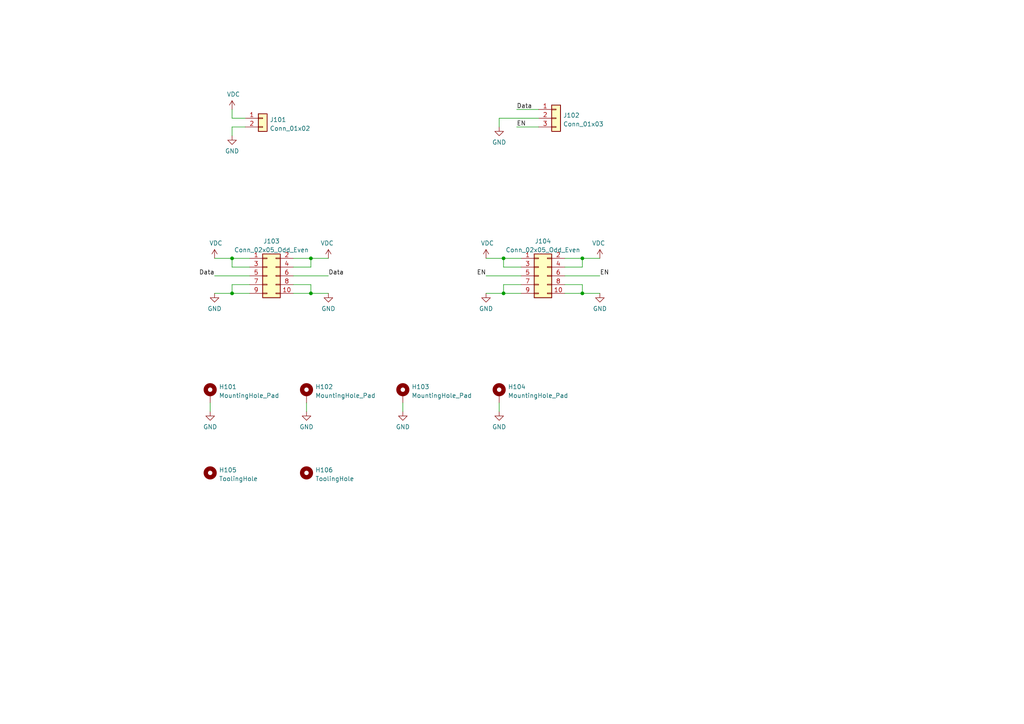
<source format=kicad_sch>
(kicad_sch (version 20211123) (generator eeschema)
  (paper "A4")
  (lib_symbols
    (symbol "Connector_Generic:Conn_01x02" (pin_names (offset 1.016) hide)
      (property "Reference" "J" (at 0 2.54 0))
      (property "Value" "Conn_01x02" (at 0 -5.08 0))
      (symbol "Conn_01x02_1_1"
        (rectangle (start -1.27 -2.413) (end 0 -2.667) (stroke (width 0.1524)))
        (rectangle (start -1.27 0.127) (end 0 -0.127) (stroke (width 0.1524)))
        (rectangle (start -1.27 1.27) (end 1.27 -3.81) (stroke (width 0.254)) (fill (type background)))
        (pin passive line (at -5.08 0 0) (length 3.81) (name "Pin_1") (number "1"))
        (pin passive line (at -5.08 -2.54 0) (length 3.81) (name "Pin_2") (number "2"))
      )
    )
    (symbol "Connector_Generic:Conn_01x03" (pin_names (offset 1.016) hide)
      (property "Reference" "J" (at 0 5.08 0))
      (property "Value" "Conn_01x03" (at 0 -5.08 0))
      (symbol "Conn_01x03_1_1"
        (rectangle (start -1.27 -2.413) (end 0 -2.667) (stroke (width 0.1524)))
        (rectangle (start -1.27 0.127) (end 0 -0.127) (stroke (width 0.1524)))
        (rectangle (start -1.27 2.667) (end 0 2.413) (stroke (width 0.1524)))
        (rectangle (start -1.27 3.81) (end 1.27 -3.81) (stroke (width 0.254)) (fill (type background)))
        (pin passive line (at -5.08 2.54 0) (length 3.81) (name "Pin_1") (number "1"))
        (pin passive line (at -5.08 0 0) (length 3.81) (name "Pin_2") (number "2"))
        (pin passive line (at -5.08 -2.54 0) (length 3.81) (name "Pin_3") (number "3"))
      )
    )
    (symbol "Connector_Generic:Conn_02x05_Odd_Even" (pin_names (offset 1.016) hide)
      (property "Reference" "J" (at 1.27 7.62 0))
      (property "Value" "Conn_02x05_Odd_Even" (at 1.27 -7.62 0))
      (symbol "Conn_02x05_Odd_Even_1_1"
        (rectangle (start -1.27 -4.953) (end 0 -5.207) (stroke (width 0.1524)))
        (rectangle (start -1.27 -2.413) (end 0 -2.667) (stroke (width 0.1524)))
        (rectangle (start -1.27 0.127) (end 0 -0.127) (stroke (width 0.1524)))
        (rectangle (start -1.27 2.667) (end 0 2.413) (stroke (width 0.1524)))
        (rectangle (start -1.27 5.207) (end 0 4.953) (stroke (width 0.1524)))
        (rectangle (start -1.27 6.35) (end 3.81 -6.35) (stroke (width 0.254)) (fill (type background)))
        (rectangle (start 3.81 -4.953) (end 2.54 -5.207) (stroke (width 0.1524)))
        (rectangle (start 3.81 -2.413) (end 2.54 -2.667) (stroke (width 0.1524)))
        (rectangle (start 3.81 0.127) (end 2.54 -0.127) (stroke (width 0.1524)))
        (rectangle (start 3.81 2.667) (end 2.54 2.413) (stroke (width 0.1524)))
        (rectangle (start 3.81 5.207) (end 2.54 4.953) (stroke (width 0.1524)))
        (pin passive line (at -5.08 5.08 0) (length 3.81) (name "Pin_1") (number "1"))
        (pin passive line (at 7.62 -5.08 180) (length 3.81) (name "Pin_10") (number "10"))
        (pin passive line (at 7.62 5.08 180) (length 3.81) (name "Pin_2") (number "2"))
        (pin passive line (at -5.08 2.54 0) (length 3.81) (name "Pin_3") (number "3"))
        (pin passive line (at 7.62 2.54 180) (length 3.81) (name "Pin_4") (number "4"))
        (pin passive line (at -5.08 0 0) (length 3.81) (name "Pin_5") (number "5"))
        (pin passive line (at 7.62 0 180) (length 3.81) (name "Pin_6") (number "6"))
        (pin passive line (at -5.08 -2.54 0) (length 3.81) (name "Pin_7") (number "7"))
        (pin passive line (at 7.62 -2.54 180) (length 3.81) (name "Pin_8") (number "8"))
        (pin passive line (at -5.08 -5.08 0) (length 3.81) (name "Pin_9") (number "9"))
      )
    )
    (symbol "Mechanical:MountingHole" (pin_names (offset 1.016))
      (property "Reference" "H" (at 0 5.08 0))
      (property "Value" "MountingHole" (at 0 3.175 0))
      (symbol "MountingHole_0_1"
        (circle (center 0 0) (radius 1.27) (stroke (width 1.27)))
      )
    )
    (symbol "Mechanical:MountingHole_Pad" (pin_numbers hide) (pin_names (offset 1.016) hide)
      (property "Reference" "H" (at 0 6.35 0))
      (property "Value" "MountingHole_Pad" (at 0 4.445 0))
      (symbol "MountingHole_Pad_0_1"
        (circle (center 0 1.27) (radius 1.27) (stroke (width 1.27)))
      )
      (symbol "MountingHole_Pad_1_1"
        (pin input line (at 0 -2.54 90) (length 2.54) (name "1") (number "1"))
      )
    )
    (symbol "power:GND" (power) (pin_names (offset 0))
      (property "Value" "GND" (at 0 -3.81 0))
      (symbol "GND_0_1"
        (polyline (pts (xy 0 0) (xy 0 -1.27) (xy 1.27 -1.27) (xy 0 -2.54) (xy -1.27 -1.27) (xy 0 -1.27)))
      )
      (symbol "GND_1_1"
        (pin power_in line (at 0 0 270) (length 0) hide (name "GND") (number "1"))
      )
    )
    (symbol "power:VDC" (power) (pin_names (offset 0))
      (property "Value" "VDC" (at 0 6.35 0))
      (symbol "VDC_0_1"
        (polyline (pts (xy -0.762 1.27) (xy 0 2.54)))
        (polyline (pts (xy 0 0) (xy 0 2.54)))
        (polyline (pts (xy 0 2.54) (xy 0.762 1.27)))
      )
      (symbol "VDC_1_1"
        (pin power_in line (at 0 0 90) (length 0) hide (name "VDC") (number "1"))
      )
    )
  )
  (junction (at 90.17 74.93))
  (junction (at 90.17 85.09))
  (junction (at 67.31 85.09))
  (junction (at 146.05 74.93))
  (junction (at 67.31 74.93))
  (junction (at 168.91 85.09))
  (junction (at 146.05 85.09))
  (junction (at 168.91 74.93))
  (wire (pts (xy 151.13 77.47) (xy 146.05 77.47)))
  (wire (pts (xy 67.31 82.55) (xy 67.31 85.09)))
  (wire (pts (xy 144.78 34.29) (xy 144.78 36.83)))
  (wire (pts (xy 149.86 36.83) (xy 156.21 36.83)))
  (wire (pts (xy 146.05 74.93) (xy 151.13 74.93)))
  (wire (pts (xy 168.91 85.09) (xy 163.83 85.09)))
  (wire (pts (xy 85.09 82.55) (xy 90.17 82.55)))
  (wire (pts (xy 168.91 77.47) (xy 168.91 74.93)))
  (wire (pts (xy 62.23 80.01) (xy 72.39 80.01)))
  (wire (pts (xy 85.09 77.47) (xy 90.17 77.47)))
  (wire (pts (xy 149.86 31.75) (xy 156.21 31.75)))
  (wire (pts (xy 144.78 116.84) (xy 144.78 119.38)))
  (wire (pts (xy 173.99 85.09) (xy 168.91 85.09)))
  (wire (pts (xy 90.17 74.93) (xy 85.09 74.93)))
  (wire (pts (xy 62.23 74.93) (xy 67.31 74.93)))
  (wire (pts (xy 72.39 77.47) (xy 67.31 77.47)))
  (wire (pts (xy 144.78 34.29) (xy 156.21 34.29)))
  (wire (pts (xy 67.31 77.47) (xy 67.31 74.93)))
  (wire (pts (xy 71.12 34.29) (xy 67.31 34.29)))
  (wire (pts (xy 95.25 80.01) (xy 85.09 80.01)))
  (wire (pts (xy 163.83 77.47) (xy 168.91 77.47)))
  (wire (pts (xy 140.97 80.01) (xy 151.13 80.01)))
  (wire (pts (xy 67.31 85.09) (xy 72.39 85.09)))
  (wire (pts (xy 168.91 82.55) (xy 168.91 85.09)))
  (wire (pts (xy 95.25 85.09) (xy 90.17 85.09)))
  (wire (pts (xy 71.12 36.83) (xy 67.31 36.83)))
  (wire (pts (xy 173.99 74.93) (xy 168.91 74.93)))
  (wire (pts (xy 146.05 82.55) (xy 146.05 85.09)))
  (wire (pts (xy 140.97 85.09) (xy 146.05 85.09)))
  (wire (pts (xy 90.17 77.47) (xy 90.17 74.93)))
  (wire (pts (xy 72.39 82.55) (xy 67.31 82.55)))
  (wire (pts (xy 146.05 77.47) (xy 146.05 74.93)))
  (wire (pts (xy 116.84 116.84) (xy 116.84 119.38)))
  (wire (pts (xy 67.31 34.29) (xy 67.31 31.75)))
  (wire (pts (xy 140.97 74.93) (xy 146.05 74.93)))
  (wire (pts (xy 163.83 80.01) (xy 173.99 80.01)))
  (wire (pts (xy 168.91 74.93) (xy 163.83 74.93)))
  (wire (pts (xy 95.25 74.93) (xy 90.17 74.93)))
  (wire (pts (xy 163.83 82.55) (xy 168.91 82.55)))
  (wire (pts (xy 151.13 82.55) (xy 146.05 82.55)))
  (wire (pts (xy 90.17 85.09) (xy 85.09 85.09)))
  (wire (pts (xy 90.17 82.55) (xy 90.17 85.09)))
  (wire (pts (xy 62.23 85.09) (xy 67.31 85.09)))
  (wire (pts (xy 67.31 36.83) (xy 67.31 39.37)))
  (wire (pts (xy 67.31 74.93) (xy 72.39 74.93)))
  (wire (pts (xy 146.05 85.09) (xy 151.13 85.09)))
  (wire (pts (xy 60.96 116.84) (xy 60.96 119.38)))
  (wire (pts (xy 88.9 116.84) (xy 88.9 119.38)))
  (label "EN" (at 173.99 80.01 0))
  (label "Data" (at 95.25 80.01 0))
  (label "EN" (at 149.86 36.83 0))
  (label "Data" (at 62.23 80.01 180))
  (label "EN" (at 140.97 80.01 180))
  (label "Data" (at 149.86 31.75 0))
  (symbol (lib_id "Mechanical:MountingHole_Pad") (at 116.84 114.3 0) (unit 1)
    (property "Reference" "H103" (at 119.38 112.1953 0) (effects (justify left)))
    (property "Value" "MountingHole_Pad" (at 119.38 114.7322 0) (effects (justify left)))
    (property "Footprint" "MountingHole:MountingHole_5.3mm_M5_Pad_Via" (effects hide))
  )
  (symbol (lib_id "power:VDC") (at 173.99 74.93 0) (mirror y) (unit 1)
    (property "Reference" "#PWR0107" (effects hide))
    (property "Value" "VDC" (at 173.609 70.5358 0))
  )
  (symbol (lib_id "Mechanical:MountingHole_Pad") (at 88.9 114.3 0) (unit 1)
    (property "Reference" "H102" (at 91.44 112.1953 0) (effects (justify left)))
    (property "Value" "MountingHole_Pad" (at 91.44 114.7322 0) (effects (justify left)))
    (property "Footprint" "MountingHole:MountingHole_5.3mm_M5_Pad_Via" (effects hide))
  )
  (symbol (lib_id "power:GND") (at 60.96 119.38 0) (unit 1)
    (property "Reference" "#PWR0112" (effects hide))
    (property "Value" "GND" (at 60.96 123.8234 0))
  )
  (symbol (lib_id "power:GND") (at 140.97 85.09 0) (unit 1)
    (property "Reference" "#PWR0110" (effects hide))
    (property "Value" "GND" (at 140.97 89.5334 0))
  )
  (symbol (lib_id "Mechanical:MountingHole_Pad") (at 144.78 114.3 0) (unit 1)
    (property "Reference" "H104" (at 147.32 112.1953 0) (effects (justify left)))
    (property "Value" "MountingHole_Pad" (at 147.32 114.7322 0) (effects (justify left)))
    (property "Footprint" "MountingHole:MountingHole_5.3mm_M5_Pad_Via" (effects hide))
  )
  (symbol (lib_id "Connector_Generic:Conn_01x03") (at 161.29 34.29 0) (unit 1)
    (property "Reference" "J102" (at 163.322 33.4553 0) (effects (justify left)))
    (property "Value" "Conn_01x03" (at 163.322 35.9922 0) (effects (justify left)))
    (property "Footprint" "Connector_Phoenix_MC:PhoenixContact_MC_1,5_3-G-3.81_1x03_P3.81mm_Horizontal" (effects hide))
  )
  (symbol (lib_id "Mechanical:MountingHole") (at 88.9 137.16 0) (unit 1)
    (property "Reference" "H106" (at 91.44 136.3253 0) (effects (justify left)))
    (property "Value" "ToolingHole" (at 91.44 138.8622 0) (effects (justify left)))
    (property "Footprint" "JLC:JLC_toolinghole" (effects hide))
  )
  (symbol (lib_id "Connector_Generic:Conn_01x02") (at 76.2 34.29 0) (unit 1)
    (property "Reference" "J101" (at 78.232 34.7253 0) (effects (justify left)))
    (property "Value" "Conn_01x02" (at 78.232 37.2622 0) (effects (justify left)))
    (property "Footprint" "Connector_Phoenix_MC:PhoenixContact_MC_1,5_2-G-3.81_1x02_P3.81mm_Horizontal" (effects hide))
  )
  (symbol (lib_id "power:GND") (at 95.25 85.09 0) (mirror y) (unit 1)
    (property "Reference" "#PWR0109" (effects hide))
    (property "Value" "GND" (at 95.25 89.5334 0))
  )
  (symbol (lib_id "power:VDC") (at 95.25 74.93 0) (mirror y) (unit 1)
    (property "Reference" "#PWR0105" (effects hide))
    (property "Value" "VDC" (at 94.869 70.5358 0))
  )
  (symbol (lib_id "power:GND") (at 67.31 39.37 0) (unit 1)
    (property "Reference" "#PWR0102" (effects hide))
    (property "Value" "GND" (at 67.31 43.8134 0))
  )
  (symbol (lib_id "power:GND") (at 116.84 119.38 0) (unit 1)
    (property "Reference" "#PWR0114" (effects hide))
    (property "Value" "GND" (at 116.84 123.8234 0))
  )
  (symbol (lib_id "power:VDC") (at 140.97 74.93 0) (unit 1)
    (property "Reference" "#PWR0106" (effects hide))
    (property "Value" "VDC" (at 141.351 70.5358 0))
  )
  (symbol (lib_id "power:GND") (at 62.23 85.09 0) (unit 1)
    (property "Reference" "#PWR0108" (effects hide))
    (property "Value" "GND" (at 62.23 89.5334 0))
  )
  (symbol (lib_id "Connector_Generic:Conn_02x05_Odd_Even") (at 77.47 80.01 0) (unit 1)
    (property "Reference" "J103" (at 78.74 69.9602 0))
    (property "Value" "Conn_02x05_Odd_Even" (at 78.74 72.4971 0))
    (property "Footprint" "Connector_PinHeader_2.54mm:PinHeader_2x05_P2.54mm_Vertical" (effects hide))
    (property "LCSC" "C492422" (effects hide))
  )
  (symbol (lib_id "power:VDC") (at 67.31 31.75 0) (unit 1)
    (property "Reference" "#PWR0101" (effects hide))
    (property "Value" "VDC" (at 67.691 27.3558 0))
  )
  (symbol (lib_id "power:GND") (at 173.99 85.09 0) (mirror y) (unit 1)
    (property "Reference" "#PWR0111" (effects hide))
    (property "Value" "GND" (at 173.99 89.5334 0))
  )
  (symbol (lib_id "Mechanical:MountingHole_Pad") (at 60.96 114.3 0) (unit 1)
    (property "Reference" "H101" (at 63.5 112.1953 0) (effects (justify left)))
    (property "Value" "MountingHole_Pad" (at 63.5 114.7322 0) (effects (justify left)))
    (property "Footprint" "MountingHole:MountingHole_5.3mm_M5_Pad_Via" (effects hide))
  )
  (symbol (lib_id "Connector_Generic:Conn_02x05_Odd_Even") (at 156.21 80.01 0) (unit 1)
    (property "Reference" "J104" (at 157.48 69.9602 0))
    (property "Value" "Conn_02x05_Odd_Even" (at 157.48 72.4971 0))
    (property "Footprint" "Connector_PinHeader_2.54mm:PinHeader_2x05_P2.54mm_Vertical" (effects hide))
    (property "LCSC" "C492422" (effects hide))
  )
  (symbol (lib_id "power:GND") (at 88.9 119.38 0) (unit 1)
    (property "Reference" "#PWR0113" (effects hide))
    (property "Value" "GND" (at 88.9 123.8234 0))
  )
  (symbol (lib_id "power:VDC") (at 62.23 74.93 0) (unit 1)
    (property "Reference" "#PWR0104" (effects hide))
    (property "Value" "VDC" (at 62.611 70.5358 0))
  )
  (symbol (lib_id "power:GND") (at 144.78 119.38 0) (unit 1)
    (property "Reference" "#PWR0115" (effects hide))
    (property "Value" "GND" (at 144.78 123.8234 0))
  )
  (symbol (lib_id "power:GND") (at 144.78 36.83 0) (unit 1)
    (property "Reference" "#PWR0103" (effects hide))
    (property "Value" "GND" (at 144.78 41.2734 0))
  )
  (symbol (lib_id "Mechanical:MountingHole") (at 60.96 137.16 0) (unit 1)
    (property "Reference" "H105" (at 63.5 136.3253 0) (effects (justify left)))
    (property "Value" "ToolingHole" (at 63.5 138.8622 0) (effects (justify left)))
    (property "Footprint" "JLC:JLC_toolinghole" (effects hide))
  )
)
</source>
